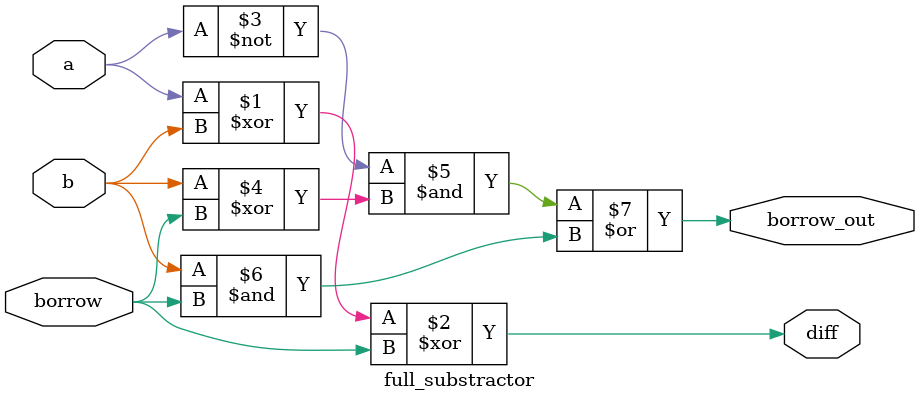
<source format=v>
`timescale 1ns / 1ps


module full_substractor(
    input a,
    input b,
    input borrow,
    output diff,
    output borrow_out
   );
   
   assign diff = a ^ b ^ borrow;
   assign borrow_out = (~a & (b^borrow)) | (b & borrow);
endmodule

</source>
